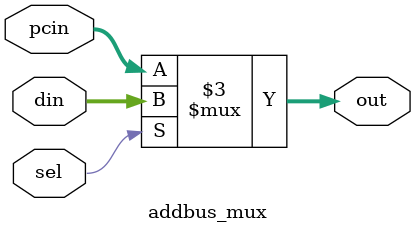
<source format=v>
module addbus_mux(sel,din,pcin,out);
input [31:0] din;
input [31:0] pcin;
input sel;
output reg [31:0] out;

always @*
begin
case(sel)
1'b1: out = din;  //select = 1 out = add bus data access
default: out =  pcin; // select = 0 out = pc instruction access

endcase
end
endmodule

</source>
